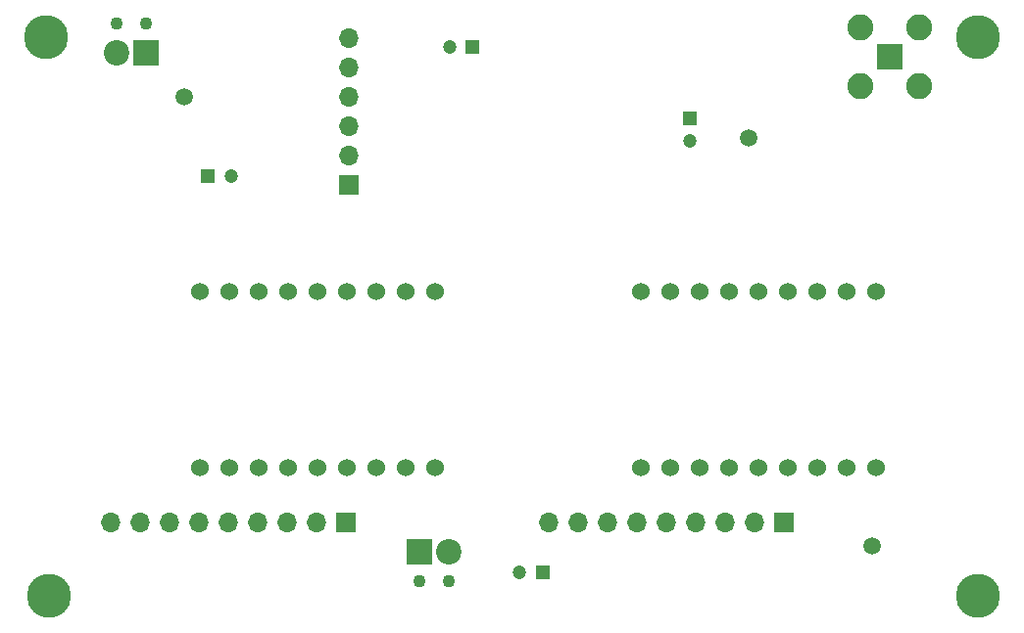
<source format=gbr>
%TF.GenerationSoftware,KiCad,Pcbnew,8.0.1*%
%TF.CreationDate,2024-06-11T21:54:47-04:00*%
%TF.ProjectId,adc_fpga,6164635f-6670-4676-912e-6b696361645f,rev?*%
%TF.SameCoordinates,Original*%
%TF.FileFunction,Soldermask,Bot*%
%TF.FilePolarity,Negative*%
%FSLAX46Y46*%
G04 Gerber Fmt 4.6, Leading zero omitted, Abs format (unit mm)*
G04 Created by KiCad (PCBNEW 8.0.1) date 2024-06-11 21:54:47*
%MOMM*%
%LPD*%
G01*
G04 APERTURE LIST*
%ADD10C,1.500000*%
%ADD11R,1.200000X1.200000*%
%ADD12C,1.200000*%
%ADD13C,3.800000*%
%ADD14R,1.700000X1.700000*%
%ADD15O,1.700000X1.700000*%
%ADD16C,1.524000*%
%ADD17C,1.100000*%
%ADD18R,2.200000X2.200000*%
%ADD19C,2.200000*%
%ADD20R,2.250000X2.250000*%
%ADD21C,2.250000*%
G04 APERTURE END LIST*
D10*
%TO.C,TP2*%
X137668000Y-92710000D03*
%TD*%
D11*
%TO.C,C19*%
X119844600Y-130302000D03*
D12*
X117844600Y-130302000D03*
%TD*%
D13*
%TO.C,REF\u002A\u002A*%
X157480000Y-132334000D03*
%TD*%
D14*
%TO.C,J3*%
X140716000Y-125984000D03*
D15*
X138176000Y-125984000D03*
X135636000Y-125984000D03*
X133096000Y-125984000D03*
X130556000Y-125984000D03*
X128016000Y-125984000D03*
X125476000Y-125984000D03*
X122936000Y-125984000D03*
X120396000Y-125984000D03*
%TD*%
D16*
%TO.C,U2*%
X148615000Y-105990000D03*
X146075000Y-105990000D03*
X143535000Y-105990000D03*
X140995000Y-105990000D03*
X138455000Y-105990000D03*
X135915000Y-105990000D03*
X133375000Y-105990000D03*
X130835000Y-105990000D03*
X128295000Y-105990000D03*
X110515000Y-105990000D03*
X107975000Y-105990000D03*
X105435000Y-105990000D03*
X102895000Y-105990000D03*
X100355000Y-105990000D03*
X97815000Y-105990000D03*
X95275000Y-105990000D03*
X92735000Y-105990000D03*
X90195000Y-105990000D03*
X90195000Y-121230000D03*
X92735000Y-121230000D03*
X95275000Y-121230000D03*
X97815000Y-121230000D03*
X100355000Y-121230000D03*
X102895000Y-121230000D03*
X105435000Y-121230000D03*
X107975000Y-121230000D03*
X110515000Y-121230000D03*
X128295000Y-121230000D03*
X130835000Y-121230000D03*
X133375000Y-121230000D03*
X135915000Y-121230000D03*
X138455000Y-121230000D03*
X140995000Y-121230000D03*
X143535000Y-121230000D03*
X146075000Y-121230000D03*
X148615000Y-121230000D03*
%TD*%
D10*
%TO.C,TP1*%
X148336000Y-128016000D03*
%TD*%
D13*
%TO.C,REF\u002A\u002A*%
X157480000Y-84000000D03*
%TD*%
D17*
%TO.C,J2*%
X109220000Y-131064000D03*
X111760000Y-131064000D03*
D18*
X109220000Y-128524000D03*
D19*
X111760000Y-128524000D03*
%TD*%
D14*
%TO.C,J6*%
X103124000Y-96774000D03*
D15*
X103124000Y-94234000D03*
X103124000Y-91694000D03*
X103124000Y-89154000D03*
X103124000Y-86614000D03*
X103124000Y-84074000D03*
%TD*%
D14*
%TO.C,J5*%
X102870000Y-125984000D03*
D15*
X100330000Y-125984000D03*
X97790000Y-125984000D03*
X95250000Y-125984000D03*
X92710000Y-125984000D03*
X90170000Y-125984000D03*
X87630000Y-125984000D03*
X85090000Y-125984000D03*
X82550000Y-125984000D03*
%TD*%
D11*
%TO.C,C15*%
X90932000Y-96012000D03*
D12*
X92932000Y-96012000D03*
%TD*%
D11*
%TO.C,C8*%
X132588000Y-90975401D03*
D12*
X132588000Y-92975401D03*
%TD*%
D11*
%TO.C,C4*%
X113792000Y-84836000D03*
D12*
X111792000Y-84836000D03*
%TD*%
D20*
%TO.C,J1*%
X149860000Y-85705500D03*
D21*
X152400000Y-83165500D03*
X147320000Y-83165500D03*
X152400000Y-88245500D03*
X147320000Y-88245500D03*
%TD*%
D13*
%TO.C,REF\u002A\u002A*%
X77216000Y-132334000D03*
%TD*%
D17*
%TO.C,J4*%
X85598000Y-82804000D03*
X83058000Y-82804000D03*
D18*
X85598000Y-85344000D03*
D19*
X83058000Y-85344000D03*
%TD*%
D10*
%TO.C,TP4*%
X88900000Y-89154000D03*
%TD*%
D13*
%TO.C,REF\u002A\u002A*%
X76962000Y-84000000D03*
%TD*%
M02*

</source>
